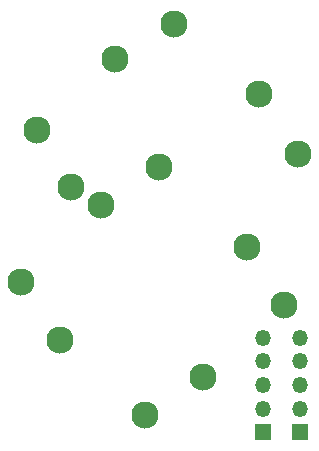
<source format=gbr>
G04 #@! TF.GenerationSoftware,KiCad,Pcbnew,8.0.7*
G04 #@! TF.CreationDate,2025-05-03T20:28:39+02:00*
G04 #@! TF.ProjectId,EM7SEG_DRIVER,454d3753-4547-45f4-9452-495645522e6b,rev?*
G04 #@! TF.SameCoordinates,Original*
G04 #@! TF.FileFunction,Soldermask,Top*
G04 #@! TF.FilePolarity,Negative*
%FSLAX46Y46*%
G04 Gerber Fmt 4.6, Leading zero omitted, Abs format (unit mm)*
G04 Created by KiCad (PCBNEW 8.0.7) date 2025-05-03 20:28:39*
%MOMM*%
%LPD*%
G01*
G04 APERTURE LIST*
%ADD10C,2.300000*%
%ADD11R,1.350000X1.350000*%
%ADD12O,1.350000X1.350000*%
G04 APERTURE END LIST*
D10*
X40220900Y-29286200D03*
X35217100Y-32258000D03*
X47459900Y-35280600D03*
X50711100Y-40284400D03*
X46393100Y-48158400D03*
X49517300Y-53111400D03*
X37757100Y-62458600D03*
X42684700Y-59232800D03*
X30543500Y-56083200D03*
X27292300Y-51155600D03*
X31483300Y-43129200D03*
X28613100Y-38252400D03*
X39001700Y-41452800D03*
X34074100Y-44678600D03*
D11*
X50901600Y-63881000D03*
D12*
X50901600Y-61881000D03*
X50901600Y-59881000D03*
X50901600Y-57881000D03*
X50901600Y-55881000D03*
D11*
X47802800Y-63881000D03*
D12*
X47802800Y-61881000D03*
X47802800Y-59881000D03*
X47802800Y-57881000D03*
X47802800Y-55881000D03*
M02*

</source>
